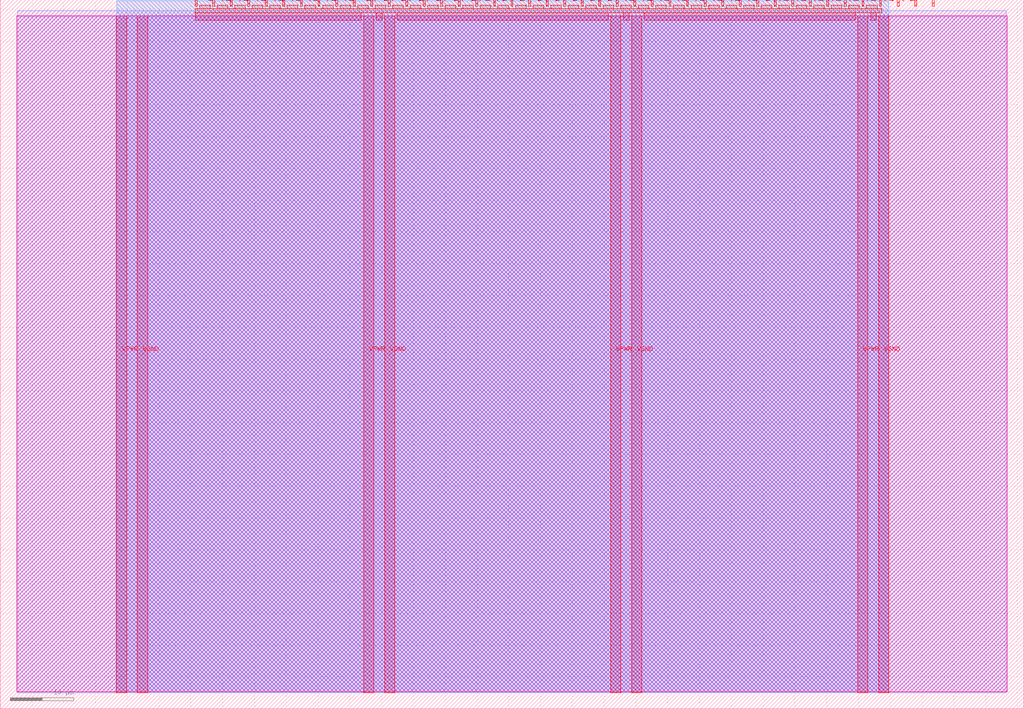
<source format=lef>
VERSION 5.7 ;
  NOWIREEXTENSIONATPIN ON ;
  DIVIDERCHAR "/" ;
  BUSBITCHARS "[]" ;
MACRO tt_um_wokwi_422964384478997505
  CLASS BLOCK ;
  FOREIGN tt_um_wokwi_422964384478997505 ;
  ORIGIN 0.000 0.000 ;
  SIZE 161.000 BY 111.520 ;
  PIN VGND
    DIRECTION INOUT ;
    USE GROUND ;
    PORT
      LAYER met4 ;
        RECT 21.580 2.480 23.180 109.040 ;
    END
    PORT
      LAYER met4 ;
        RECT 60.450 2.480 62.050 109.040 ;
    END
    PORT
      LAYER met4 ;
        RECT 99.320 2.480 100.920 109.040 ;
    END
    PORT
      LAYER met4 ;
        RECT 138.190 2.480 139.790 109.040 ;
    END
  END VGND
  PIN VPWR
    DIRECTION INOUT ;
    USE POWER ;
    PORT
      LAYER met4 ;
        RECT 18.280 2.480 19.880 109.040 ;
    END
    PORT
      LAYER met4 ;
        RECT 57.150 2.480 58.750 109.040 ;
    END
    PORT
      LAYER met4 ;
        RECT 96.020 2.480 97.620 109.040 ;
    END
    PORT
      LAYER met4 ;
        RECT 134.890 2.480 136.490 109.040 ;
    END
  END VPWR
  PIN clk
    DIRECTION INPUT ;
    USE SIGNAL ;
    PORT
      LAYER met4 ;
        RECT 143.830 110.520 144.130 111.520 ;
    END
  END clk
  PIN ena
    DIRECTION INPUT ;
    USE SIGNAL ;
    PORT
      LAYER met4 ;
        RECT 146.590 110.520 146.890 111.520 ;
    END
  END ena
  PIN rst_n
    DIRECTION INPUT ;
    USE SIGNAL ;
    PORT
      LAYER met4 ;
        RECT 141.070 110.520 141.370 111.520 ;
    END
  END rst_n
  PIN ui_in[0]
    DIRECTION INPUT ;
    USE SIGNAL ;
    ANTENNAGATEAREA 0.159000 ;
    PORT
      LAYER met4 ;
        RECT 138.310 110.520 138.610 111.520 ;
    END
  END ui_in[0]
  PIN ui_in[1]
    DIRECTION INPUT ;
    USE SIGNAL ;
    ANTENNAGATEAREA 0.159000 ;
    PORT
      LAYER met4 ;
        RECT 135.550 110.520 135.850 111.520 ;
    END
  END ui_in[1]
  PIN ui_in[2]
    DIRECTION INPUT ;
    USE SIGNAL ;
    ANTENNAGATEAREA 0.196500 ;
    PORT
      LAYER met4 ;
        RECT 132.790 110.520 133.090 111.520 ;
    END
  END ui_in[2]
  PIN ui_in[3]
    DIRECTION INPUT ;
    USE SIGNAL ;
    ANTENNAGATEAREA 0.196500 ;
    PORT
      LAYER met4 ;
        RECT 130.030 110.520 130.330 111.520 ;
    END
  END ui_in[3]
  PIN ui_in[4]
    DIRECTION INPUT ;
    USE SIGNAL ;
    ANTENNAGATEAREA 0.159000 ;
    PORT
      LAYER met4 ;
        RECT 127.270 110.520 127.570 111.520 ;
    END
  END ui_in[4]
  PIN ui_in[5]
    DIRECTION INPUT ;
    USE SIGNAL ;
    ANTENNAGATEAREA 0.159000 ;
    PORT
      LAYER met4 ;
        RECT 124.510 110.520 124.810 111.520 ;
    END
  END ui_in[5]
  PIN ui_in[6]
    DIRECTION INPUT ;
    USE SIGNAL ;
    ANTENNAGATEAREA 0.159000 ;
    PORT
      LAYER met4 ;
        RECT 121.750 110.520 122.050 111.520 ;
    END
  END ui_in[6]
  PIN ui_in[7]
    DIRECTION INPUT ;
    USE SIGNAL ;
    ANTENNAGATEAREA 0.159000 ;
    PORT
      LAYER met4 ;
        RECT 118.990 110.520 119.290 111.520 ;
    END
  END ui_in[7]
  PIN uio_in[0]
    DIRECTION INPUT ;
    USE SIGNAL ;
    PORT
      LAYER met4 ;
        RECT 116.230 110.520 116.530 111.520 ;
    END
  END uio_in[0]
  PIN uio_in[1]
    DIRECTION INPUT ;
    USE SIGNAL ;
    PORT
      LAYER met4 ;
        RECT 113.470 110.520 113.770 111.520 ;
    END
  END uio_in[1]
  PIN uio_in[2]
    DIRECTION INPUT ;
    USE SIGNAL ;
    PORT
      LAYER met4 ;
        RECT 110.710 110.520 111.010 111.520 ;
    END
  END uio_in[2]
  PIN uio_in[3]
    DIRECTION INPUT ;
    USE SIGNAL ;
    PORT
      LAYER met4 ;
        RECT 107.950 110.520 108.250 111.520 ;
    END
  END uio_in[3]
  PIN uio_in[4]
    DIRECTION INPUT ;
    USE SIGNAL ;
    PORT
      LAYER met4 ;
        RECT 105.190 110.520 105.490 111.520 ;
    END
  END uio_in[4]
  PIN uio_in[5]
    DIRECTION INPUT ;
    USE SIGNAL ;
    PORT
      LAYER met4 ;
        RECT 102.430 110.520 102.730 111.520 ;
    END
  END uio_in[5]
  PIN uio_in[6]
    DIRECTION INPUT ;
    USE SIGNAL ;
    PORT
      LAYER met4 ;
        RECT 99.670 110.520 99.970 111.520 ;
    END
  END uio_in[6]
  PIN uio_in[7]
    DIRECTION INPUT ;
    USE SIGNAL ;
    PORT
      LAYER met4 ;
        RECT 96.910 110.520 97.210 111.520 ;
    END
  END uio_in[7]
  PIN uio_oe[0]
    DIRECTION OUTPUT ;
    USE SIGNAL ;
    PORT
      LAYER met4 ;
        RECT 49.990 110.520 50.290 111.520 ;
    END
  END uio_oe[0]
  PIN uio_oe[1]
    DIRECTION OUTPUT ;
    USE SIGNAL ;
    PORT
      LAYER met4 ;
        RECT 47.230 110.520 47.530 111.520 ;
    END
  END uio_oe[1]
  PIN uio_oe[2]
    DIRECTION OUTPUT ;
    USE SIGNAL ;
    PORT
      LAYER met4 ;
        RECT 44.470 110.520 44.770 111.520 ;
    END
  END uio_oe[2]
  PIN uio_oe[3]
    DIRECTION OUTPUT ;
    USE SIGNAL ;
    PORT
      LAYER met4 ;
        RECT 41.710 110.520 42.010 111.520 ;
    END
  END uio_oe[3]
  PIN uio_oe[4]
    DIRECTION OUTPUT ;
    USE SIGNAL ;
    PORT
      LAYER met4 ;
        RECT 38.950 110.520 39.250 111.520 ;
    END
  END uio_oe[4]
  PIN uio_oe[5]
    DIRECTION OUTPUT ;
    USE SIGNAL ;
    PORT
      LAYER met4 ;
        RECT 36.190 110.520 36.490 111.520 ;
    END
  END uio_oe[5]
  PIN uio_oe[6]
    DIRECTION OUTPUT ;
    USE SIGNAL ;
    PORT
      LAYER met4 ;
        RECT 33.430 110.520 33.730 111.520 ;
    END
  END uio_oe[6]
  PIN uio_oe[7]
    DIRECTION OUTPUT ;
    USE SIGNAL ;
    PORT
      LAYER met4 ;
        RECT 30.670 110.520 30.970 111.520 ;
    END
  END uio_oe[7]
  PIN uio_out[0]
    DIRECTION OUTPUT ;
    USE SIGNAL ;
    PORT
      LAYER met4 ;
        RECT 72.070 110.520 72.370 111.520 ;
    END
  END uio_out[0]
  PIN uio_out[1]
    DIRECTION OUTPUT ;
    USE SIGNAL ;
    PORT
      LAYER met4 ;
        RECT 69.310 110.520 69.610 111.520 ;
    END
  END uio_out[1]
  PIN uio_out[2]
    DIRECTION OUTPUT ;
    USE SIGNAL ;
    PORT
      LAYER met4 ;
        RECT 66.550 110.520 66.850 111.520 ;
    END
  END uio_out[2]
  PIN uio_out[3]
    DIRECTION OUTPUT ;
    USE SIGNAL ;
    PORT
      LAYER met4 ;
        RECT 63.790 110.520 64.090 111.520 ;
    END
  END uio_out[3]
  PIN uio_out[4]
    DIRECTION OUTPUT ;
    USE SIGNAL ;
    PORT
      LAYER met4 ;
        RECT 61.030 110.520 61.330 111.520 ;
    END
  END uio_out[4]
  PIN uio_out[5]
    DIRECTION OUTPUT ;
    USE SIGNAL ;
    PORT
      LAYER met4 ;
        RECT 58.270 110.520 58.570 111.520 ;
    END
  END uio_out[5]
  PIN uio_out[6]
    DIRECTION OUTPUT ;
    USE SIGNAL ;
    PORT
      LAYER met4 ;
        RECT 55.510 110.520 55.810 111.520 ;
    END
  END uio_out[6]
  PIN uio_out[7]
    DIRECTION OUTPUT ;
    USE SIGNAL ;
    PORT
      LAYER met4 ;
        RECT 52.750 110.520 53.050 111.520 ;
    END
  END uio_out[7]
  PIN uo_out[0]
    DIRECTION OUTPUT ;
    USE SIGNAL ;
    ANTENNADIFFAREA 0.445500 ;
    PORT
      LAYER met4 ;
        RECT 94.150 110.520 94.450 111.520 ;
    END
  END uo_out[0]
  PIN uo_out[1]
    DIRECTION OUTPUT ;
    USE SIGNAL ;
    ANTENNADIFFAREA 0.445500 ;
    PORT
      LAYER met4 ;
        RECT 91.390 110.520 91.690 111.520 ;
    END
  END uo_out[1]
  PIN uo_out[2]
    DIRECTION OUTPUT ;
    USE SIGNAL ;
    PORT
      LAYER met4 ;
        RECT 88.630 110.520 88.930 111.520 ;
    END
  END uo_out[2]
  PIN uo_out[3]
    DIRECTION OUTPUT ;
    USE SIGNAL ;
    ANTENNADIFFAREA 0.795200 ;
    PORT
      LAYER met4 ;
        RECT 85.870 110.520 86.170 111.520 ;
    END
  END uo_out[3]
  PIN uo_out[4]
    DIRECTION OUTPUT ;
    USE SIGNAL ;
    ANTENNADIFFAREA 0.445500 ;
    PORT
      LAYER met4 ;
        RECT 83.110 110.520 83.410 111.520 ;
    END
  END uo_out[4]
  PIN uo_out[5]
    DIRECTION OUTPUT ;
    USE SIGNAL ;
    ANTENNADIFFAREA 0.445500 ;
    PORT
      LAYER met4 ;
        RECT 80.350 110.520 80.650 111.520 ;
    END
  END uo_out[5]
  PIN uo_out[6]
    DIRECTION OUTPUT ;
    USE SIGNAL ;
    ANTENNADIFFAREA 0.445500 ;
    PORT
      LAYER met4 ;
        RECT 77.590 110.520 77.890 111.520 ;
    END
  END uo_out[6]
  PIN uo_out[7]
    DIRECTION OUTPUT ;
    USE SIGNAL ;
    ANTENNADIFFAREA 0.445500 ;
    PORT
      LAYER met4 ;
        RECT 74.830 110.520 75.130 111.520 ;
    END
  END uo_out[7]
  OBS
      LAYER nwell ;
        RECT 2.570 2.635 158.430 108.990 ;
      LAYER li1 ;
        RECT 2.760 2.635 158.240 108.885 ;
      LAYER met1 ;
        RECT 2.760 2.480 158.240 109.780 ;
      LAYER met2 ;
        RECT 18.310 2.535 139.760 111.365 ;
      LAYER met3 ;
        RECT 18.290 2.555 139.780 111.345 ;
      LAYER met4 ;
        RECT 31.370 110.120 33.030 110.665 ;
        RECT 34.130 110.120 35.790 110.665 ;
        RECT 36.890 110.120 38.550 110.665 ;
        RECT 39.650 110.120 41.310 110.665 ;
        RECT 42.410 110.120 44.070 110.665 ;
        RECT 45.170 110.120 46.830 110.665 ;
        RECT 47.930 110.120 49.590 110.665 ;
        RECT 50.690 110.120 52.350 110.665 ;
        RECT 53.450 110.120 55.110 110.665 ;
        RECT 56.210 110.120 57.870 110.665 ;
        RECT 58.970 110.120 60.630 110.665 ;
        RECT 61.730 110.120 63.390 110.665 ;
        RECT 64.490 110.120 66.150 110.665 ;
        RECT 67.250 110.120 68.910 110.665 ;
        RECT 70.010 110.120 71.670 110.665 ;
        RECT 72.770 110.120 74.430 110.665 ;
        RECT 75.530 110.120 77.190 110.665 ;
        RECT 78.290 110.120 79.950 110.665 ;
        RECT 81.050 110.120 82.710 110.665 ;
        RECT 83.810 110.120 85.470 110.665 ;
        RECT 86.570 110.120 88.230 110.665 ;
        RECT 89.330 110.120 90.990 110.665 ;
        RECT 92.090 110.120 93.750 110.665 ;
        RECT 94.850 110.120 96.510 110.665 ;
        RECT 97.610 110.120 99.270 110.665 ;
        RECT 100.370 110.120 102.030 110.665 ;
        RECT 103.130 110.120 104.790 110.665 ;
        RECT 105.890 110.120 107.550 110.665 ;
        RECT 108.650 110.120 110.310 110.665 ;
        RECT 111.410 110.120 113.070 110.665 ;
        RECT 114.170 110.120 115.830 110.665 ;
        RECT 116.930 110.120 118.590 110.665 ;
        RECT 119.690 110.120 121.350 110.665 ;
        RECT 122.450 110.120 124.110 110.665 ;
        RECT 125.210 110.120 126.870 110.665 ;
        RECT 127.970 110.120 129.630 110.665 ;
        RECT 130.730 110.120 132.390 110.665 ;
        RECT 133.490 110.120 135.150 110.665 ;
        RECT 136.250 110.120 137.910 110.665 ;
        RECT 30.655 109.440 138.625 110.120 ;
        RECT 30.655 108.295 56.750 109.440 ;
        RECT 59.150 108.295 60.050 109.440 ;
        RECT 62.450 108.295 95.620 109.440 ;
        RECT 98.020 108.295 98.920 109.440 ;
        RECT 101.320 108.295 134.490 109.440 ;
        RECT 136.890 108.295 137.790 109.440 ;
  END
END tt_um_wokwi_422964384478997505
END LIBRARY


</source>
